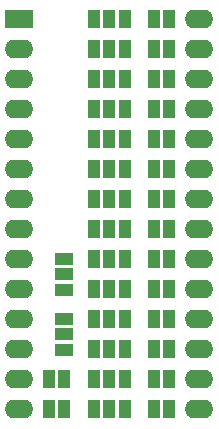
<source format=gbs>
%TF.GenerationSoftware,KiCad,Pcbnew,(6.0.1)*%
%TF.CreationDate,2022-01-21T00:47:32+01:00*%
%TF.ProjectId,bosch-kf163-diode-pll,626f7363-682d-46b6-9631-36332d64696f,2*%
%TF.SameCoordinates,Original*%
%TF.FileFunction,Soldermask,Bot*%
%TF.FilePolarity,Negative*%
%FSLAX46Y46*%
G04 Gerber Fmt 4.6, Leading zero omitted, Abs format (unit mm)*
G04 Created by KiCad (PCBNEW (6.0.1)) date 2022-01-21 00:47:32*
%MOMM*%
%LPD*%
G01*
G04 APERTURE LIST*
%ADD10R,2.400000X1.600000*%
%ADD11O,2.400000X1.600000*%
%ADD12R,1.000000X1.500000*%
%ADD13R,1.500000X1.000000*%
G04 APERTURE END LIST*
D10*
%TO.C,U1*%
X118130000Y-66040000D03*
D11*
X118130000Y-68580000D03*
X118130000Y-71120000D03*
X118130000Y-73660000D03*
X118130000Y-76200000D03*
X118130000Y-78740000D03*
X118130000Y-81280000D03*
X118130000Y-83820000D03*
X118130000Y-86360000D03*
X118130000Y-88900000D03*
X118130000Y-91440000D03*
X118130000Y-93980000D03*
X118130000Y-96520000D03*
X118130000Y-99060000D03*
X133370000Y-99060000D03*
X133370000Y-96520000D03*
X133370000Y-93980000D03*
X133370000Y-91440000D03*
X133370000Y-88900000D03*
X133370000Y-86360000D03*
X133370000Y-83820000D03*
X133370000Y-81280000D03*
X133370000Y-78740000D03*
X133370000Y-76200000D03*
X133370000Y-73660000D03*
X133370000Y-71120000D03*
X133370000Y-68580000D03*
X133370000Y-66040000D03*
%TD*%
D12*
%TO.C,JP30*%
X129525000Y-99060000D03*
X130825000Y-99060000D03*
%TD*%
%TO.C,JP5*%
X127030000Y-76200000D03*
X125730000Y-76200000D03*
X124430000Y-76200000D03*
%TD*%
D13*
%TO.C,JP16*%
X121920000Y-86330000D03*
X121920000Y-87630000D03*
X121920000Y-88930000D03*
%TD*%
D12*
%TO.C,JP3*%
X127030000Y-71120000D03*
X125730000Y-71120000D03*
X124430000Y-71120000D03*
%TD*%
%TO.C,JP29*%
X129525000Y-96520000D03*
X130825000Y-96520000D03*
%TD*%
%TO.C,JP14*%
X127030000Y-99060000D03*
X125730000Y-99060000D03*
X124430000Y-99060000D03*
%TD*%
%TO.C,JP32*%
X121935000Y-96520000D03*
X120635000Y-96520000D03*
%TD*%
%TO.C,JP23*%
X129525000Y-81280000D03*
X130825000Y-81280000D03*
%TD*%
%TO.C,JP19*%
X129525000Y-71120000D03*
X130825000Y-71120000D03*
%TD*%
%TO.C,JP28*%
X129525000Y-93980000D03*
X130825000Y-93980000D03*
%TD*%
%TO.C,JP22*%
X129525000Y-78740000D03*
X130825000Y-78740000D03*
%TD*%
%TO.C,JP26*%
X129525000Y-88900000D03*
X130825000Y-88900000D03*
%TD*%
%TO.C,JP31*%
X121935000Y-99060000D03*
X120635000Y-99060000D03*
%TD*%
%TO.C,JP27*%
X129525000Y-91440000D03*
X130825000Y-91440000D03*
%TD*%
%TO.C,JP17*%
X129525000Y-66040000D03*
X130825000Y-66040000D03*
%TD*%
%TO.C,JP12*%
X127030000Y-93980000D03*
X125730000Y-93980000D03*
X124430000Y-93980000D03*
%TD*%
%TO.C,JP20*%
X129525000Y-73660000D03*
X130825000Y-73660000D03*
%TD*%
%TO.C,JP1*%
X127030000Y-66040000D03*
X125730000Y-66040000D03*
X124430000Y-66040000D03*
%TD*%
%TO.C,JP9*%
X127030000Y-86360000D03*
X125730000Y-86360000D03*
X124430000Y-86360000D03*
%TD*%
%TO.C,JP24*%
X129525000Y-83820000D03*
X130825000Y-83820000D03*
%TD*%
%TO.C,JP13*%
X127030000Y-96520000D03*
X125730000Y-96520000D03*
X124430000Y-96520000D03*
%TD*%
%TO.C,JP21*%
X129525000Y-76200000D03*
X130825000Y-76200000D03*
%TD*%
%TO.C,JP10*%
X127030000Y-88900000D03*
X125730000Y-88900000D03*
X124430000Y-88900000D03*
%TD*%
%TO.C,JP4*%
X127030000Y-73660000D03*
X125730000Y-73660000D03*
X124430000Y-73660000D03*
%TD*%
%TO.C,JP25*%
X129525000Y-86360000D03*
X130825000Y-86360000D03*
%TD*%
D13*
%TO.C,JP15*%
X121920000Y-91410000D03*
X121920000Y-92710000D03*
X121920000Y-94010000D03*
%TD*%
D12*
%TO.C,JP7*%
X127030000Y-81280000D03*
X125730000Y-81280000D03*
X124430000Y-81280000D03*
%TD*%
%TO.C,JP8*%
X127030000Y-83820000D03*
X125730000Y-83820000D03*
X124430000Y-83820000D03*
%TD*%
%TO.C,JP11*%
X127030000Y-91440000D03*
X125730000Y-91440000D03*
X124430000Y-91440000D03*
%TD*%
%TO.C,JP2*%
X127030000Y-68580000D03*
X125730000Y-68580000D03*
X124430000Y-68580000D03*
%TD*%
%TO.C,JP6*%
X127030000Y-78740000D03*
X125730000Y-78740000D03*
X124430000Y-78740000D03*
%TD*%
%TO.C,JP18*%
X129525000Y-68580000D03*
X130825000Y-68580000D03*
%TD*%
M02*

</source>
